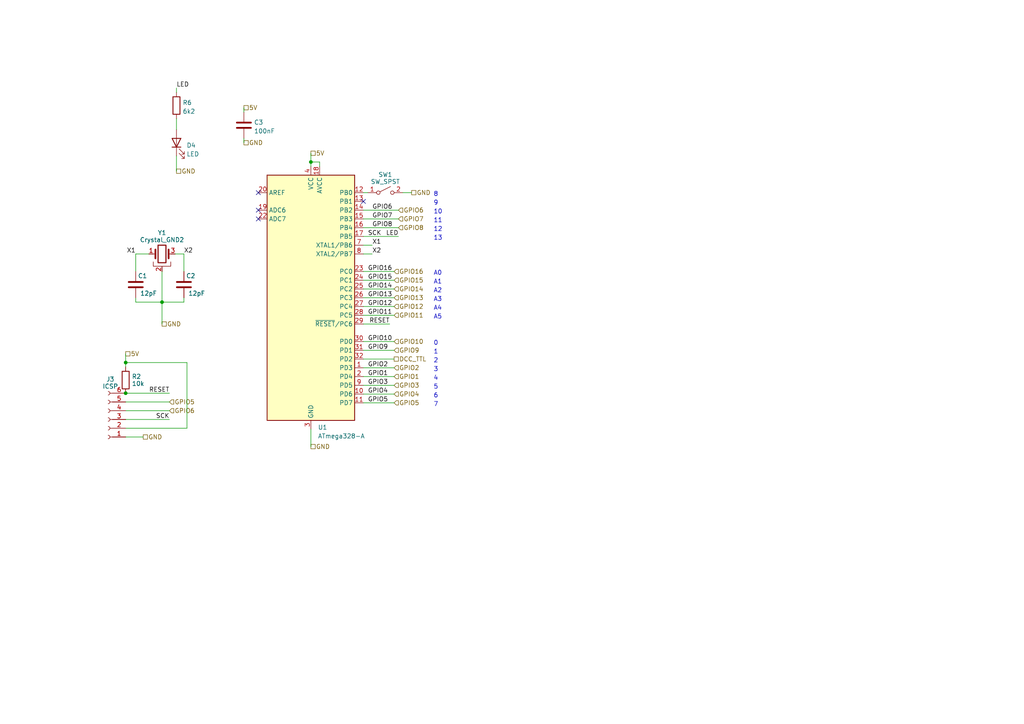
<source format=kicad_sch>
(kicad_sch (version 20230121) (generator eeschema)
  (paper "A4")
  (lib_symbols
    (symbol "Connector:Conn_01x06_Socket" (pin_names (offset 1.016) hide)
      (property "Reference" "J" (at 0 7.62 0))
      (property "Value" "Conn_01x06_Socket" (at 0 -10.16 0))
      (symbol "Conn_01x06_Socket_1_1"
        (arc (start 0 -7.112) (mid -0.5058 -7.62) (end 0 -8.128) (stroke (width 0.1524)))
        (arc (start 0 -4.572) (mid -0.5058 -5.08) (end 0 -5.588) (stroke (width 0.1524)))
        (arc (start 0 -2.032) (mid -0.5058 -2.54) (end 0 -3.048) (stroke (width 0.1524)))
        (polyline (pts (xy -1.27 -7.62) (xy -0.508 -7.62)) (stroke (width 0.1524)))
        (polyline (pts (xy -1.27 -5.08) (xy -0.508 -5.08)) (stroke (width 0.1524)))
        (polyline (pts (xy -1.27 -2.54) (xy -0.508 -2.54)) (stroke (width 0.1524)))
        (polyline (pts (xy -1.27 0) (xy -0.508 0)) (stroke (width 0.1524)))
        (polyline (pts (xy -1.27 2.54) (xy -0.508 2.54)) (stroke (width 0.1524)))
        (polyline (pts (xy -1.27 5.08) (xy -0.508 5.08)) (stroke (width 0.1524)))
        (arc (start 0 0.508) (mid -0.5058 0) (end 0 -0.508) (stroke (width 0.1524)))
        (arc (start 0 3.048) (mid -0.5058 2.54) (end 0 2.032) (stroke (width 0.1524)))
        (arc (start 0 5.588) (mid -0.5058 5.08) (end 0 4.572) (stroke (width 0.1524)))
        (pin passive line (at -5.08 5.08 0) (length 3.81) (name "Pin_1") (number "1"))
        (pin passive line (at -5.08 2.54 0) (length 3.81) (name "Pin_2") (number "2"))
        (pin passive line (at -5.08 0 0) (length 3.81) (name "Pin_3") (number "3"))
        (pin passive line (at -5.08 -2.54 0) (length 3.81) (name "Pin_4") (number "4"))
        (pin passive line (at -5.08 -5.08 0) (length 3.81) (name "Pin_5") (number "5"))
        (pin passive line (at -5.08 -7.62 0) (length 3.81) (name "Pin_6") (number "6"))
      )
    )
    (symbol "Device:C" (pin_numbers hide) (pin_names (offset 0.254))
      (property "Reference" "C" (at 0.635 2.54 0))
      (property "Value" "C" (at 0.635 -2.54 0))
      (symbol "C_0_1"
        (polyline (pts (xy -2.032 -0.762) (xy 2.032 -0.762)) (stroke (width 0.508)))
        (polyline (pts (xy -2.032 0.762) (xy 2.032 0.762)) (stroke (width 0.508)))
      )
      (symbol "C_1_1"
        (pin passive line (at 0 3.81 270) (length 2.794) (name "~") (number "1"))
        (pin passive line (at 0 -3.81 90) (length 2.794) (name "~") (number "2"))
      )
    )
    (symbol "Device:LED" (pin_numbers hide) (pin_names (offset 1.016) hide)
      (property "Reference" "D" (at 0 2.54 0))
      (property "Value" "LED" (at 0 -2.54 0))
      (symbol "LED_0_1"
        (polyline (pts (xy -1.27 -1.27) (xy -1.27 1.27)) (stroke (width 0.254)))
        (polyline (pts (xy -1.27 0) (xy 1.27 0)))
        (polyline (pts (xy 1.27 -1.27) (xy 1.27 1.27) (xy -1.27 0) (xy 1.27 -1.27)) (stroke (width 0.254)))
        (polyline (pts (xy -3.048 -0.762) (xy -4.572 -2.286) (xy -3.81 -2.286) (xy -4.572 -2.286) (xy -4.572 -1.524)))
        (polyline (pts (xy -1.778 -0.762) (xy -3.302 -2.286) (xy -2.54 -2.286) (xy -3.302 -2.286) (xy -3.302 -1.524)))
      )
      (symbol "LED_1_1"
        (pin passive line (at -3.81 0 0) (length 2.54) (name "K") (number "1"))
        (pin passive line (at 3.81 0 180) (length 2.54) (name "A") (number "2"))
      )
    )
    (symbol "Device:R" (pin_numbers hide) (pin_names (offset 0))
      (property "Reference" "R" (at 2.032 0 90))
      (property "Value" "R" (at 0 0 90))
      (symbol "R_0_1"
        (rectangle (start -1.016 -2.54) (end 1.016 2.54) (stroke (width 0.254)))
      )
      (symbol "R_1_1"
        (pin passive line (at 0 3.81 270) (length 1.27) (name "~") (number "1"))
        (pin passive line (at 0 -3.81 90) (length 1.27) (name "~") (number "2"))
      )
    )
    (symbol "MCU_Microchip_ATmega:ATmega328-A"
      (property "Reference" "U" (at -12.7 36.83 0))
      (property "Value" "ATmega328-A" (at 2.54 -36.83 0))
      (symbol "ATmega328-A_0_1"
        (rectangle (start -12.7 -35.56) (end 12.7 35.56) (stroke (width 0.254)) (fill (type background)))
      )
      (symbol "ATmega328-A_1_1"
        (pin bidirectional line (at 15.24 -20.32 180) (length 2.54) (name "PD3") (number "1"))
        (pin bidirectional line (at 15.24 -27.94 180) (length 2.54) (name "PD6") (number "10"))
        (pin bidirectional line (at 15.24 -30.48 180) (length 2.54) (name "PD7") (number "11"))
        (pin bidirectional line (at 15.24 30.48 180) (length 2.54) (name "PB0") (number "12"))
        (pin bidirectional line (at 15.24 27.94 180) (length 2.54) (name "PB1") (number "13"))
        (pin bidirectional line (at 15.24 25.4 180) (length 2.54) (name "PB2") (number "14"))
        (pin bidirectional line (at 15.24 22.86 180) (length 2.54) (name "PB3") (number "15"))
        (pin bidirectional line (at 15.24 20.32 180) (length 2.54) (name "PB4") (number "16"))
        (pin bidirectional line (at 15.24 17.78 180) (length 2.54) (name "PB5") (number "17"))
        (pin power_in line (at 2.54 38.1 270) (length 2.54) (name "AVCC") (number "18"))
        (pin input line (at -15.24 25.4 0) (length 2.54) (name "ADC6") (number "19"))
        (pin bidirectional line (at 15.24 -22.86 180) (length 2.54) (name "PD4") (number "2"))
        (pin passive line (at -15.24 30.48 0) (length 2.54) (name "AREF") (number "20"))
        (pin passive line (at 0 -38.1 90) (length 2.54) hide (name "GND") (number "21"))
        (pin input line (at -15.24 22.86 0) (length 2.54) (name "ADC7") (number "22"))
        (pin bidirectional line (at 15.24 7.62 180) (length 2.54) (name "PC0") (number "23"))
        (pin bidirectional line (at 15.24 5.08 180) (length 2.54) (name "PC1") (number "24"))
        (pin bidirectional line (at 15.24 2.54 180) (length 2.54) (name "PC2") (number "25"))
        (pin bidirectional line (at 15.24 0 180) (length 2.54) (name "PC3") (number "26"))
        (pin bidirectional line (at 15.24 -2.54 180) (length 2.54) (name "PC4") (number "27"))
        (pin bidirectional line (at 15.24 -5.08 180) (length 2.54) (name "PC5") (number "28"))
        (pin bidirectional line (at 15.24 -7.62 180) (length 2.54) (name "~{RESET}/PC6") (number "29"))
        (pin power_in line (at 0 -38.1 90) (length 2.54) (name "GND") (number "3"))
        (pin bidirectional line (at 15.24 -12.7 180) (length 2.54) (name "PD0") (number "30"))
        (pin bidirectional line (at 15.24 -15.24 180) (length 2.54) (name "PD1") (number "31"))
        (pin bidirectional line (at 15.24 -17.78 180) (length 2.54) (name "PD2") (number "32"))
        (pin power_in line (at 0 38.1 270) (length 2.54) (name "VCC") (number "4"))
        (pin passive line (at 0 -38.1 90) (length 2.54) hide (name "GND") (number "5"))
        (pin passive line (at 0 38.1 270) (length 2.54) hide (name "VCC") (number "6"))
        (pin bidirectional line (at 15.24 15.24 180) (length 2.54) (name "XTAL1/PB6") (number "7"))
        (pin bidirectional line (at 15.24 12.7 180) (length 2.54) (name "XTAL2/PB7") (number "8"))
        (pin bidirectional line (at 15.24 -25.4 180) (length 2.54) (name "PD5") (number "9"))
      )
    )
    (symbol "Switch:SW_SPST" (pin_names (offset 0) hide)
      (property "Reference" "SW" (at 0 3.175 0))
      (property "Value" "SW_SPST" (at 0 -2.54 0))
      (symbol "SW_SPST_0_0"
        (circle (center -2.032 0) (radius 0.508))
        (polyline (pts (xy -1.524 0.254) (xy 1.524 1.778)))
        (circle (center 2.032 0) (radius 0.508))
      )
      (symbol "SW_SPST_1_1"
        (pin passive line (at -5.08 0 0) (length 2.54) (name "A") (number "1"))
        (pin passive line (at 5.08 0 180) (length 2.54) (name "B") (number "2"))
      )
    )
    (symbol "custom_kicad_lib_sk:crystal_arduino" (pin_names (offset 1.016) hide)
      (property "Reference" "Y" (at 0 5.715 0))
      (property "Value" "Crystal_GND2" (at 0 3.81 0))
      (symbol "crystal_arduino_0_1"
        (rectangle (start -1.143 2.54) (end 1.143 -2.54) (stroke (width 0.3048)))
        (polyline (pts (xy -2.54 0) (xy -1.905 0)))
        (polyline (pts (xy -1.905 -1.27) (xy -1.905 1.27)) (stroke (width 0.508)))
        (polyline (pts (xy 0 -3.81) (xy 0 -3.556)))
        (polyline (pts (xy 1.905 0) (xy 2.54 0)))
        (polyline (pts (xy 1.905 1.27) (xy 1.905 -1.27)) (stroke (width 0.508)))
        (polyline (pts (xy -2.54 -2.286) (xy -2.54 -3.556) (xy 2.54 -3.556) (xy 2.54 -2.286)))
      )
      (symbol "crystal_arduino_1_1"
        (pin passive line (at -3.81 0 0) (length 1.27) (name "1") (number "1"))
        (pin passive line (at 0 -5.08 90) (length 1.27) (name "GND") (number "2"))
        (pin passive line (at 3.81 0 180) (length 1.27) (name "3") (number "3"))
        (pin passive line (at 0 -5.08 90) (length 1.27) hide (name "GND") (number "4"))
      )
    )
  )
  (junction (at 36.449 105.156))
  (junction (at 90.17 46.99))
  (junction (at 46.99 87.63))
  (junction (at 36.449 114.046))
  (no_connect (at 74.93 55.88))
  (no_connect (at 74.93 60.96))
  (no_connect (at 105.41 58.42))
  (no_connect (at 74.93 63.5))
  (wire (pts (xy 39.37 73.66) (xy 39.37 78.74)))
  (wire (pts (xy 105.41 55.88) (xy 106.68 55.88)))
  (wire (pts (xy 51.181 45.212) (xy 51.181 49.657)))
  (wire (pts (xy 90.17 124.46) (xy 90.17 129.54)))
  (wire (pts (xy 46.99 78.74) (xy 46.99 87.63)))
  (wire (pts (xy 36.449 119.126) (xy 49.149 119.126)))
  (wire (pts (xy 39.37 73.66) (xy 43.18 73.66)))
  (wire (pts (xy 114.3 86.36) (xy 105.41 86.36)))
  (wire (pts (xy 105.41 91.44) (xy 114.3 91.44)))
  (wire (pts (xy 53.34 86.36) (xy 53.34 87.63)))
  (wire (pts (xy 105.41 116.84) (xy 114.3 116.84)))
  (wire (pts (xy 53.34 73.66) (xy 53.34 78.74)))
  (wire (pts (xy 70.739 31.242) (xy 70.739 32.512)))
  (wire (pts (xy 105.41 83.82) (xy 114.3 83.82)))
  (wire (pts (xy 105.41 99.06) (xy 114.3 99.06)))
  (wire (pts (xy 53.34 87.63) (xy 46.99 87.63)))
  (wire (pts (xy 114.3 88.9) (xy 105.41 88.9)))
  (wire (pts (xy 36.449 126.746) (xy 41.529 126.746)))
  (wire (pts (xy 105.41 93.98) (xy 113.03 93.98)))
  (wire (pts (xy 39.37 86.36) (xy 39.37 87.63)))
  (wire (pts (xy 36.449 102.616) (xy 36.449 105.156)))
  (wire (pts (xy 46.99 87.63) (xy 46.99 93.98)))
  (wire (pts (xy 92.71 46.99) (xy 90.17 46.99)))
  (wire (pts (xy 115.57 60.96) (xy 105.41 60.96)))
  (wire (pts (xy 36.449 121.666) (xy 49.149 121.666)))
  (wire (pts (xy 105.41 81.28) (xy 114.3 81.28)))
  (wire (pts (xy 51.181 34.417) (xy 51.181 37.592)))
  (wire (pts (xy 119.38 55.88) (xy 116.84 55.88)))
  (wire (pts (xy 46.99 87.63) (xy 39.37 87.63)))
  (wire (pts (xy 105.41 73.66) (xy 107.95 73.66)))
  (wire (pts (xy 105.41 71.12) (xy 107.95 71.12)))
  (wire (pts (xy 90.17 44.45) (xy 90.17 46.99)))
  (wire (pts (xy 115.57 63.5) (xy 105.41 63.5)))
  (wire (pts (xy 36.449 105.156) (xy 54.229 105.156)))
  (wire (pts (xy 90.17 46.99) (xy 90.17 48.26)))
  (wire (pts (xy 92.71 48.26) (xy 92.71 46.99)))
  (wire (pts (xy 105.41 101.6) (xy 114.3 101.6)))
  (wire (pts (xy 115.57 68.58) (xy 105.41 68.58)))
  (wire (pts (xy 105.41 114.3) (xy 114.3 114.3)))
  (wire (pts (xy 36.449 105.156) (xy 36.449 106.426)))
  (wire (pts (xy 105.41 109.22) (xy 114.3 109.22)))
  (wire (pts (xy 54.229 105.156) (xy 54.229 124.206)))
  (wire (pts (xy 114.3 104.14) (xy 105.41 104.14)))
  (wire (pts (xy 36.449 114.046) (xy 49.149 114.046)))
  (wire (pts (xy 36.449 116.586) (xy 49.149 116.586)))
  (wire (pts (xy 70.739 40.132) (xy 70.739 41.402)))
  (wire (pts (xy 115.57 66.04) (xy 105.41 66.04)))
  (wire (pts (xy 51.181 25.527) (xy 51.181 26.797)))
  (wire (pts (xy 105.41 106.68) (xy 114.3 106.68)))
  (wire (pts (xy 50.8 73.66) (xy 53.34 73.66)))
  (wire (pts (xy 105.41 78.74) (xy 114.3 78.74)))
  (wire (pts (xy 36.449 124.206) (xy 54.229 124.206)))
  (wire (pts (xy 105.41 111.76) (xy 114.3 111.76)))
  (text "A4" (at 125.73 90.17 0) (effects (font (size 1.27 1.27)) (justify left bottom)))
  (text "A2" (at 125.73 85.09 0) (effects (font (size 1.27 1.27)) (justify left bottom)))
  (text "0" (at 125.73 100.33 0) (effects (font (size 1.27 1.27)) (justify left bottom)))
  (text "5" (at 125.73 113.03 0) (effects (font (size 1.27 1.27)) (justify left bottom)))
  (text "1" (at 125.73 102.87 0) (effects (font (size 1.27 1.27)) (justify left bottom)))
  (text "4" (at 125.73 110.49 0) (effects (font (size 1.27 1.27)) (justify left bottom)))
  (text "6" (at 125.73 115.57 0) (effects (font (size 1.27 1.27)) (justify left bottom)))
  (text "A5" (at 125.73 92.71 0) (effects (font (size 1.27 1.27)) (justify left bottom)))
  (text "8" (at 125.73 57.15 0) (effects (font (size 1.27 1.27)) (justify left bottom)))
  (text "A3" (at 125.73 87.63 0) (effects (font (size 1.27 1.27)) (justify left bottom)))
  (text "13" (at 125.73 69.85 0) (effects (font (size 1.27 1.27)) (justify left bottom)))
  (text "2" (at 125.73 105.41 0) (effects (font (size 1.27 1.27)) (justify left bottom)))
  (text "9" (at 125.73 59.69 0) (effects (font (size 1.27 1.27)) (justify left bottom)))
  (text "10" (at 125.73 62.23 0) (effects (font (size 1.27 1.27)) (justify left bottom)))
  (text "A0" (at 125.73 80.01 0) (effects (font (size 1.27 1.27)) (justify left bottom)))
  (text "A1" (at 125.73 82.55 0) (effects (font (size 1.27 1.27)) (justify left bottom)))
  (text "12" (at 125.73 67.31 0) (effects (font (size 1.27 1.27)) (justify left bottom)))
  (text "11" (at 125.73 64.77 0) (effects (font (size 1.27 1.27)) (justify left bottom)))
  (text "3" (at 125.73 107.95 0) (effects (font (size 1.27 1.27)) (justify left bottom)))
  (text "7" (at 125.73 118.11 0) (effects (font (size 1.27 1.27)) (justify left bottom)))
  (label "X2" (at 107.95 73.66 0))
  (label "GPIO13" (at 106.68 86.36 0))
  (label "GPIO8" (at 107.95 66.04 0))
  (label "GPIO1" (at 106.68 109.22 0))
  (label "GPIO16" (at 106.68 78.74 0))
  (label "GPIO14" (at 106.68 83.82 0))
  (label "X2" (at 53.34 73.66 0))
  (label "RESET" (at 49.149 114.046 180))
  (label "LED" (at 51.181 25.527 0))
  (label "GPIO2" (at 106.68 106.68 0))
  (label "GPIO15" (at 106.68 81.28 0))
  (label "SCK" (at 106.68 68.58 0))
  (label "X1" (at 107.95 71.12 0))
  (label "GPIO10" (at 106.68 99.06 0))
  (label "X1" (at 39.37 73.66 180))
  (label "LED" (at 115.57 68.58 180))
  (label "RESET" (at 113.03 93.98 180))
  (label "SCK" (at 49.149 121.666 180))
  (label "GPIO3" (at 106.68 111.76 0))
  (label "GPIO5" (at 106.68 116.84 0))
  (label "GPIO9" (at 106.68 101.6 0))
  (label "GPIO11" (at 106.68 91.44 0))
  (label "GPIO7" (at 107.95 63.5 0))
  (label "GPIO6" (at 107.95 60.96 0))
  (label "GPIO4" (at 106.68 114.3 0))
  (label "GPIO12" (at 106.68 88.9 0))
  (hierarchical_label "GPIO8" (shape input) (at 115.57 66.04 0))
  (hierarchical_label "GPIO11" (shape input) (at 114.3 91.44 0))
  (hierarchical_label "GPIO13" (shape input) (at 114.3 86.36 0))
  (hierarchical_label "GND" (shape passive) (at 46.99 93.98 0))
  (hierarchical_label "GPIO14" (shape input) (at 114.3 83.82 0))
  (hierarchical_label "GPIO3" (shape input) (at 114.3 111.76 0))
  (hierarchical_label "GPIO4" (shape input) (at 114.3 114.3 0))
  (hierarchical_label "GND" (shape passive) (at 119.38 55.88 0))
  (hierarchical_label "GPIO6" (shape input) (at 115.57 60.96 0))
  (hierarchical_label "GPIO10" (shape input) (at 114.3 99.06 0))
  (hierarchical_label "5V" (shape passive) (at 36.449 102.616 0))
  (hierarchical_label "5V" (shape passive) (at 70.739 31.242 0))
  (hierarchical_label "GPIO5" (shape input) (at 114.3 116.84 0))
  (hierarchical_label "GPIO1" (shape input) (at 114.3 109.22 0))
  (hierarchical_label "GPIO2" (shape input) (at 114.3 106.68 0))
  (hierarchical_label "DCC_TTL" (shape passive) (at 114.3 104.14 0))
  (hierarchical_label "GND" (shape passive) (at 41.529 126.746 0))
  (hierarchical_label "GND" (shape passive) (at 51.181 49.657 0))
  (hierarchical_label "GPIO9" (shape input) (at 114.3 101.6 0))
  (hierarchical_label "GPIO12" (shape input) (at 114.3 88.9 0))
  (hierarchical_label "GPIO5" (shape input) (at 49.149 116.586 0))
  (hierarchical_label "GPIO7" (shape input) (at 115.57 63.5 0))
  (hierarchical_label "GND" (shape passive) (at 90.17 129.54 0))
  (hierarchical_label "5V" (shape passive) (at 90.17 44.45 0))
  (hierarchical_label "GPIO15" (shape input) (at 114.3 81.28 0))
  (hierarchical_label "GPIO16" (shape input) (at 114.3 78.74 0))
  (hierarchical_label "GND" (shape passive) (at 70.739 41.402 0))
  (hierarchical_label "GPIO6" (shape input) (at 49.149 119.126 0))
  (symbol (lib_id "Device:C") (at 53.34 82.55 180) (unit 1)
    (property "Reference" "C2" (at 53.975 80.01 0) (effects (justify right)))
    (property "Value" "12pF" (at 54.61 85.09 0) (effects (justify right)))
    (property "Footprint" "Capacitor_SMD:C_0402_1005Metric_Pad0.74x0.62mm_HandSolder" (effects hide))
    (property "JLCPCB Part#" "C1547" (effects hide))
  )
  (symbol (lib_id "Device:R") (at 36.449 110.236 0) (unit 1)
    (property "Reference" "R2" (at 38.227 109.212 0) (effects (justify left)))
    (property "Value" "10k" (at 38.227 111.26 0) (effects (justify left)))
    (property "Footprint" "Resistor_SMD:R_0402_1005Metric_Pad0.72x0.64mm_HandSolder" (effects hide))
    (property "JLCPCB Part#" "C25744" (effects hide))
  )
  (symbol (lib_id "Device:LED") (at 51.181 41.402 90) (unit 1)
    (property "Reference" "D4" (at 54.102 42.1548 90) (effects (justify right)))
    (property "Value" "LED" (at 54.102 44.6917 90) (effects (justify right)))
    (property "Footprint" "LED_SMD:LED_0805_2012Metric_Pad1.15x1.40mm_HandSolder" (effects hide))
    (property "JLCPCB Part#" "C84256" (effects hide))
  )
  (symbol (lib_id "MCU_Microchip_ATmega:ATmega328-A") (at 90.17 86.36 0) (unit 1)
    (property "Reference" "U1" (at 92.1894 123.9504 0) (effects (justify left)))
    (property "Value" "ATmega328-A" (at 92.1894 126.4873 0) (effects (justify left)))
    (property "Footprint" "Package_QFP:TQFP-32_7x7mm_P0.8mm" (effects hide))
    (property "Datasheet" "http://ww1.microchip.com/downloads/en/DeviceDoc/ATmega328_P%20AVR%20MCU%20with%20picoPower%20Technology%20Data%20Sheet%2040001984A.pdf" (effects hide))
    (property "JLCPCB Part#" "C14877" (effects hide))
  )
  (symbol (lib_id "Switch:SW_SPST") (at 111.76 55.88 0) (unit 1)
    (property "Reference" "SW1" (at 111.76 50.649 0))
    (property "Value" "SW_SPST" (at 111.76 52.697 0))
    (property "Footprint" "Button_Switch_SMD:SW_SPST_SKQG_WithStem" (effects hide))
    (property "JLCPCB Part#" "C318884" (effects hide))
  )
  (symbol (lib_id "Device:R") (at 51.181 30.607 0) (unit 1)
    (property "Reference" "R6" (at 52.959 29.7723 0) (effects (justify left)))
    (property "Value" "6k2" (at 52.959 32.3092 0) (effects (justify left)))
    (property "Footprint" "Resistor_SMD:R_0603_1608Metric_Pad0.98x0.95mm_HandSolder" (effects hide))
    (property "JLCPCB Part#" "C4260" (effects hide))
  )
  (symbol (lib_id "Device:C") (at 39.37 82.55 180) (unit 1)
    (property "Reference" "C1" (at 40.005 80.01 0) (effects (justify right)))
    (property "Value" "12pF" (at 40.64 85.09 0) (effects (justify right)))
    (property "Footprint" "Capacitor_SMD:C_0402_1005Metric_Pad0.74x0.62mm_HandSolder" (effects hide))
    (property "JLCPCB Part#" "C1547" (effects hide))
  )
  (symbol (lib_id "Connector:Conn_01x06_Socket") (at 31.369 121.666 180) (unit 1)
    (property "Reference" "J3" (at 32.004 110.0088 0))
    (property "Value" "ICSP" (at 32.004 112.0568 0))
    (property "Footprint" "Connector_PinHeader_2.54mm:PinHeader_1x06_P2.54mm_Vertical" (effects hide))
  )
  (symbol (lib_id "custom_kicad_lib_sk:crystal_arduino") (at 46.99 73.66 0) (unit 1)
    (property "Reference" "Y1" (at 46.99 67.5146 0))
    (property "Value" "Crystal_GND2" (at 46.99 69.5626 0))
    (property "Footprint" "custom_kicad_lib_sk:crystal_arduino" (effects hide))
  )
  (symbol (lib_id "Device:C") (at 70.739 36.322 180) (unit 1)
    (property "Reference" "C3" (at 73.66 35.4873 0) (effects (justify right)))
    (property "Value" "100nF" (at 73.66 38.0242 0) (effects (justify right)))
    (property "Footprint" "Capacitor_SMD:C_0603_1608Metric_Pad1.08x0.95mm_HandSolder" (effects hide))
    (property "JLCPCB Part#" "C14663" (effects hide))
  )
)
</source>
